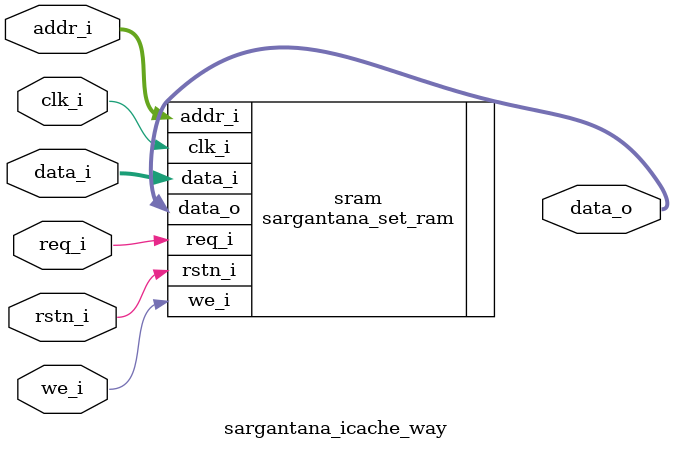
<source format=sv>
/* -----------------------------------------------
 * Project Name   : DRAC
 * File           : icache_way.sv
 * Organization   : Barcelona Supercomputing Center
 * Author(s)      : Neiel I. Leyva Santes. 
 * Email(s)       : neiel.leyva@bsc.es
 * References     : 
 * -----------------------------------------------
 * Revision History
 *  Revision   | Author    | Commit | Description
 *  ******     | Neiel L.  |        | 
 * -----------------------------------------------
 */


module sargantana_icache_way 
#(
    parameter int unsigned ICACHE_DEPTH = 64,
    parameter int unsigned SET_WIDHT    = 32*8,
    parameter int unsigned ADDR_WIDHT   = 6
)
(
    input  logic                  clk_i      ,
    input  logic                  rstn_i     ,
    input  logic                  req_i      ,
    input  logic                  we_i       ,
    input  logic  [SET_WIDHT-1:0] data_i     ,
    input  logic [ADDR_WIDHT-1:0] addr_i     ,
    output logic  [SET_WIDHT-1:0] data_o     
);

`ifndef SRAM_IP
    sargantana_set_ram #(
        .ICACHE_DEPTH   ( ICACHE_DEPTH  ),
        .SET_WIDHT      ( SET_WIDHT     ),
        .ADDR_WIDHT     ( ADDR_WIDHT    )
    ) sram(
        .clk_i (clk_i ),
        .rstn_i(rstn_i),
        .req_i (req_i ),
        .we_i  (we_i  ),
        .addr_i(addr_i),
        .data_i(data_i),  
        .data_o(data_o) 
    );
`else
    logic [255:0] RW0O_sram;
    logic [255:0]  write_data;
    logic [ADDR_WIDHT-1:0] address;
    logic write_enable;
    logic chip_enable;
    
	assign write_data = data_i;
	assign write_enable = ~we_i;
	assign chip_enable = ~req_i;
	assign address = addr_i;
        
    RF_2P_128x256_M1B2S2 L1InstArray (
        .CENA(1'b0),
	    .AA(address),
	    .CENB(1'b0),
	    .AB(address),
	    .DB(write_data),
	    .WENB({256{write_enable}}),
	    .STOV(1'b0),
	    .EMAA(3'b000),
	    .EMASA(1'b0),
	    .EMAB(3'b000),
	    .RET(1'b0),
	    .QNAPA(1'b0),
	    .QNAPB(1'b0),
	    .CLKA(clk_i),
	    .CLKB(clk_i),
	    .QA(RW0O_sram)
    );
    
    assign data_o = RW0O_sram;
`endif

endmodule

</source>
